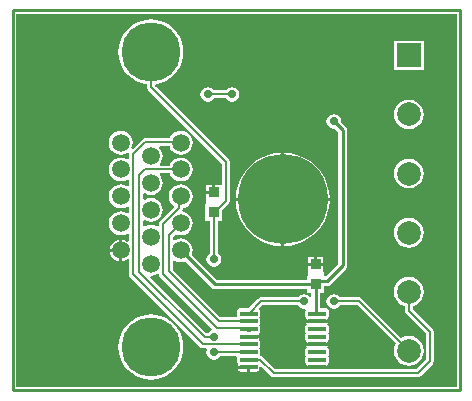
<source format=gtl>
G04*
G04 #@! TF.GenerationSoftware,Altium Limited,Altium Designer,20.1.14 (287)*
G04*
G04 Layer_Physical_Order=1*
G04 Layer_Color=255*
%FSLAX25Y25*%
%MOIN*%
G70*
G04*
G04 #@! TF.SameCoordinates,812AF3B6-9DBB-4E22-AB82-19E7777D9F63*
G04*
G04*
G04 #@! TF.FilePolarity,Positive*
G04*
G01*
G75*
%ADD12C,0.01000*%
G04:AMPARAMS|DCode=23|XSize=15.75mil|YSize=59.06mil|CornerRadius=3.94mil|HoleSize=0mil|Usage=FLASHONLY|Rotation=90.000|XOffset=0mil|YOffset=0mil|HoleType=Round|Shape=RoundedRectangle|*
%AMROUNDEDRECTD23*
21,1,0.01575,0.05118,0,0,90.0*
21,1,0.00787,0.05906,0,0,90.0*
1,1,0.00787,0.02559,0.00394*
1,1,0.00787,0.02559,-0.00394*
1,1,0.00787,-0.02559,-0.00394*
1,1,0.00787,-0.02559,0.00394*
%
%ADD23ROUNDEDRECTD23*%
%ADD24R,0.03740X0.03740*%
%ADD25C,0.00600*%
%ADD26C,0.01500*%
%ADD27C,0.30000*%
%ADD28C,0.03000*%
%ADD29C,0.05906*%
%ADD30C,0.19685*%
%ADD31R,0.07874X0.07874*%
%ADD32C,0.07874*%
%ADD33C,0.02800*%
G36*
X470971Y106529D02*
X324029D01*
Y230971D01*
X470971D01*
Y106529D01*
D02*
G37*
%LPC*%
G36*
X459937Y221937D02*
X450063D01*
Y212063D01*
X459937D01*
Y221937D01*
D02*
G37*
G36*
X396000Y206447D02*
X395064Y206261D01*
X394270Y205730D01*
X393999Y205326D01*
X390001D01*
X389730Y205730D01*
X388936Y206261D01*
X388000Y206447D01*
X387064Y206261D01*
X386270Y205730D01*
X385739Y204936D01*
X385553Y204000D01*
X385739Y203064D01*
X386270Y202270D01*
X387064Y201739D01*
X388000Y201553D01*
X388936Y201739D01*
X389730Y202270D01*
X390001Y202675D01*
X393999D01*
X394270Y202270D01*
X395064Y201739D01*
X396000Y201553D01*
X396936Y201739D01*
X397730Y202270D01*
X398261Y203064D01*
X398447Y204000D01*
X398261Y204936D01*
X397730Y205730D01*
X396936Y206261D01*
X396000Y206447D01*
D02*
G37*
G36*
X455000Y202295D02*
X453711Y202125D01*
X452510Y201627D01*
X451479Y200836D01*
X450688Y199805D01*
X450190Y198604D01*
X450020Y197315D01*
X450190Y196026D01*
X450688Y194825D01*
X451479Y193794D01*
X452510Y193002D01*
X453711Y192505D01*
X455000Y192335D01*
X456289Y192505D01*
X457490Y193002D01*
X458521Y193794D01*
X459312Y194825D01*
X459810Y196026D01*
X459980Y197315D01*
X459810Y198604D01*
X459312Y199805D01*
X458521Y200836D01*
X457490Y201627D01*
X456289Y202125D01*
X455000Y202295D01*
D02*
G37*
G36*
X430000Y197447D02*
X429064Y197261D01*
X428270Y196730D01*
X427739Y195936D01*
X427553Y195000D01*
X427739Y194064D01*
X428270Y193270D01*
X429064Y192739D01*
X430000Y192553D01*
X430237Y192600D01*
X431471Y191367D01*
Y147634D01*
X427367Y143530D01*
X427094Y143527D01*
X426597Y143906D01*
X426594Y143909D01*
Y144787D01*
X426517Y145178D01*
X426470Y145247D01*
Y146846D01*
X424000D01*
X421530D01*
Y145247D01*
X421483Y145178D01*
X421406Y144787D01*
Y143524D01*
X421130D01*
Y142183D01*
X391031D01*
X382659Y150555D01*
X382851Y151019D01*
X382987Y152051D01*
X382851Y153083D01*
X382453Y154045D01*
X381819Y154870D01*
X380993Y155504D01*
X380032Y155902D01*
X379000Y156038D01*
X377968Y155902D01*
X377007Y155504D01*
X376774Y155325D01*
X376325Y155546D01*
Y156479D01*
X377300Y157453D01*
X377968Y157176D01*
X379000Y157041D01*
X380032Y157176D01*
X380993Y157575D01*
X381819Y158208D01*
X382453Y159034D01*
X382851Y159996D01*
X382987Y161028D01*
X382851Y162059D01*
X382453Y163021D01*
X381819Y163847D01*
X380993Y164480D01*
X380032Y164879D01*
X379699Y164922D01*
X379467Y165457D01*
X379592Y165644D01*
X379684Y166107D01*
X380032Y166153D01*
X380993Y166551D01*
X381819Y167185D01*
X382453Y168010D01*
X382851Y168972D01*
X382987Y170004D01*
X382851Y171036D01*
X382453Y171997D01*
X381819Y172823D01*
X380993Y173457D01*
X380032Y173855D01*
X379000Y173991D01*
X377968Y173855D01*
X377007Y173457D01*
X376181Y172823D01*
X375547Y171997D01*
X375149Y171036D01*
X375013Y170004D01*
X375149Y168972D01*
X375547Y168010D01*
X376181Y167185D01*
X376641Y166832D01*
X376674Y166333D01*
X372063Y161721D01*
X371775Y161291D01*
X371674Y160784D01*
Y160035D01*
X371226Y159814D01*
X370993Y159992D01*
X370032Y160390D01*
X369000Y160526D01*
X367968Y160390D01*
X367007Y159992D01*
X366921Y159926D01*
X366473Y160148D01*
Y161907D01*
X366921Y162129D01*
X367007Y162063D01*
X367968Y161665D01*
X369000Y161529D01*
X370032Y161665D01*
X370993Y162063D01*
X371819Y162697D01*
X372453Y163522D01*
X372851Y164484D01*
X372987Y165516D01*
X372851Y166548D01*
X372453Y167509D01*
X371819Y168335D01*
X370993Y168968D01*
X370032Y169367D01*
X369000Y169503D01*
X367968Y169367D01*
X367007Y168968D01*
X366921Y168903D01*
X366473Y169124D01*
Y170884D01*
X366921Y171105D01*
X367007Y171039D01*
X367968Y170641D01*
X369000Y170505D01*
X370032Y170641D01*
X370993Y171039D01*
X371819Y171673D01*
X372453Y172499D01*
X372851Y173460D01*
X372987Y174492D01*
X372851Y175524D01*
X372453Y176486D01*
X371939Y177155D01*
X372148Y177655D01*
X375271D01*
X375547Y176987D01*
X376181Y176161D01*
X377007Y175528D01*
X377968Y175129D01*
X379000Y174994D01*
X380032Y175129D01*
X380993Y175528D01*
X381819Y176161D01*
X382453Y176987D01*
X382851Y177948D01*
X382987Y178980D01*
X382851Y180012D01*
X382453Y180974D01*
X381819Y181799D01*
X380993Y182433D01*
X380032Y182831D01*
X379000Y182967D01*
X377968Y182831D01*
X377007Y182433D01*
X376181Y181799D01*
X375547Y180974D01*
X375271Y180306D01*
X372148D01*
X371939Y180806D01*
X372453Y181475D01*
X372851Y182437D01*
X372987Y183468D01*
X372851Y184500D01*
X372453Y185462D01*
X371906Y186174D01*
X372073Y186674D01*
X375253D01*
X375547Y185963D01*
X376181Y185138D01*
X377007Y184504D01*
X377968Y184106D01*
X379000Y183970D01*
X380032Y184106D01*
X380993Y184504D01*
X381819Y185138D01*
X382453Y185963D01*
X382851Y186925D01*
X382987Y187957D01*
X382851Y188989D01*
X382453Y189950D01*
X381819Y190776D01*
X380993Y191409D01*
X380032Y191808D01*
X379000Y191944D01*
X377968Y191808D01*
X377007Y191409D01*
X376181Y190776D01*
X375547Y189950D01*
X375289Y189325D01*
X367000D01*
X366493Y189225D01*
X366063Y188937D01*
X362927Y185801D01*
X362503Y186085D01*
X362851Y186925D01*
X362987Y187957D01*
X362851Y188989D01*
X362453Y189950D01*
X361819Y190776D01*
X360993Y191409D01*
X360032Y191808D01*
X359000Y191944D01*
X357968Y191808D01*
X357007Y191409D01*
X356181Y190776D01*
X355547Y189950D01*
X355149Y188989D01*
X355013Y187957D01*
X355149Y186925D01*
X355547Y185963D01*
X356181Y185138D01*
X357007Y184504D01*
X357968Y184106D01*
X359000Y183970D01*
X360032Y184106D01*
X360993Y184504D01*
X361360Y184785D01*
X361689Y184565D01*
X361768Y184468D01*
X361674Y184000D01*
Y182476D01*
X361226Y182255D01*
X360993Y182433D01*
X360032Y182831D01*
X359000Y182967D01*
X357968Y182831D01*
X357007Y182433D01*
X356181Y181799D01*
X355547Y180974D01*
X355149Y180012D01*
X355013Y178980D01*
X355149Y177948D01*
X355547Y176987D01*
X356181Y176161D01*
X357007Y175528D01*
X357968Y175129D01*
X359000Y174994D01*
X360032Y175129D01*
X360993Y175528D01*
X361226Y175706D01*
X361674Y175485D01*
Y173499D01*
X361226Y173278D01*
X360993Y173457D01*
X360032Y173855D01*
X359000Y173991D01*
X357968Y173855D01*
X357007Y173457D01*
X356181Y172823D01*
X355547Y171997D01*
X355149Y171036D01*
X355013Y170004D01*
X355149Y168972D01*
X355547Y168010D01*
X356181Y167185D01*
X357007Y166551D01*
X357968Y166153D01*
X359000Y166017D01*
X360032Y166153D01*
X360993Y166551D01*
X361226Y166730D01*
X361674Y166509D01*
Y164523D01*
X361226Y164302D01*
X360993Y164480D01*
X360032Y164879D01*
X359000Y165014D01*
X357968Y164879D01*
X357007Y164480D01*
X356181Y163847D01*
X355547Y163021D01*
X355149Y162059D01*
X355013Y161028D01*
X355149Y159996D01*
X355547Y159034D01*
X356181Y158208D01*
X357007Y157575D01*
X357968Y157176D01*
X359000Y157041D01*
X360032Y157176D01*
X360993Y157575D01*
X361226Y157753D01*
X361674Y157532D01*
Y155107D01*
X361175Y154861D01*
X360792Y155155D01*
X359927Y155512D01*
X359500Y155569D01*
Y152051D01*
Y148534D01*
X359927Y148590D01*
X360792Y148948D01*
X361175Y149242D01*
X361674Y148995D01*
Y144000D01*
X361775Y143493D01*
X362063Y143063D01*
X385342Y119783D01*
X385772Y119496D01*
X386280Y119395D01*
X387515D01*
X387718Y119016D01*
X387731Y118895D01*
X387553Y118000D01*
X387739Y117064D01*
X388270Y116270D01*
X389064Y115739D01*
X390000Y115553D01*
X390936Y115739D01*
X391730Y116270D01*
X392109Y116836D01*
X397353D01*
X397670Y116336D01*
X397603Y115996D01*
Y115209D01*
X397711Y114665D01*
X398019Y114204D01*
X398093Y113832D01*
X398088Y113825D01*
X398032Y113543D01*
X401583D01*
Y113043D01*
X402083D01*
Y111636D01*
X404142D01*
X404529Y111714D01*
X404858Y111933D01*
X405078Y112262D01*
X405155Y112650D01*
Y113263D01*
X405616Y113487D01*
X405636Y113489D01*
X409063Y110063D01*
X409493Y109775D01*
X410000Y109675D01*
X458000D01*
X458507Y109775D01*
X458937Y110063D01*
X462937Y114063D01*
X463225Y114493D01*
X463326Y115000D01*
Y124897D01*
X463225Y125405D01*
X462937Y125835D01*
X456325Y132446D01*
Y133465D01*
X457490Y133947D01*
X458521Y134739D01*
X459312Y135770D01*
X459810Y136971D01*
X459980Y138260D01*
X459810Y139549D01*
X459312Y140750D01*
X458521Y141781D01*
X457490Y142572D01*
X456289Y143070D01*
X455000Y143239D01*
X453711Y143070D01*
X452510Y142572D01*
X451479Y141781D01*
X450688Y140750D01*
X450190Y139549D01*
X450020Y138260D01*
X450190Y136971D01*
X450688Y135770D01*
X451479Y134739D01*
X452510Y133947D01*
X453675Y133465D01*
Y131897D01*
X453775Y131390D01*
X454063Y130960D01*
X460674Y124348D01*
Y115549D01*
X457451Y112326D01*
X428256D01*
X428077Y112543D01*
X424417D01*
X420758D01*
X420579Y112326D01*
X410549D01*
X406335Y116540D01*
X405905Y116827D01*
X405804Y116847D01*
X405455Y117223D01*
X405488Y117391D01*
X405563Y117768D01*
Y118555D01*
X405455Y119099D01*
X405226Y119441D01*
X405455Y119783D01*
X405563Y120327D01*
Y121114D01*
X405455Y121658D01*
X405147Y122119D01*
X405073Y122490D01*
X405078Y122498D01*
X405134Y122780D01*
X401583D01*
Y123779D01*
X405134D01*
X405078Y124061D01*
X405073Y124069D01*
X405147Y124440D01*
X405455Y124901D01*
X405563Y125445D01*
Y126232D01*
X405455Y126776D01*
X405226Y127118D01*
X405455Y127460D01*
X405563Y128004D01*
Y128791D01*
X405455Y129335D01*
X405226Y129677D01*
X405455Y130019D01*
X405563Y130563D01*
Y131350D01*
X405455Y131894D01*
X405147Y132355D01*
X405120Y132620D01*
X406175Y133675D01*
X417999D01*
X418270Y133270D01*
X419064Y132739D01*
X420000Y132553D01*
X420453Y132643D01*
X420744Y132191D01*
X420545Y131894D01*
X420437Y131350D01*
Y130563D01*
X420545Y130019D01*
X420854Y129558D01*
X420927Y129187D01*
X420922Y129179D01*
X420866Y128898D01*
X424417D01*
X427968D01*
X427912Y129179D01*
X427907Y129187D01*
X427981Y129558D01*
X428289Y130019D01*
X428397Y130563D01*
Y131350D01*
X428289Y131894D01*
X427981Y132355D01*
X427520Y132663D01*
X426976Y132771D01*
X425529D01*
Y137784D01*
X426870D01*
Y140183D01*
X427713D01*
X428298Y140300D01*
X428794Y140631D01*
X434081Y145919D01*
X434413Y146415D01*
X434529Y147000D01*
Y192000D01*
X434413Y192585D01*
X434081Y193081D01*
X432400Y194763D01*
X432447Y195000D01*
X432261Y195936D01*
X431730Y196730D01*
X430936Y197261D01*
X430000Y197447D01*
D02*
G37*
G36*
X455000Y182609D02*
X453711Y182440D01*
X452510Y181942D01*
X451479Y181151D01*
X450688Y180120D01*
X450190Y178919D01*
X450020Y177630D01*
X450190Y176341D01*
X450688Y175140D01*
X451479Y174109D01*
X452510Y173318D01*
X453711Y172820D01*
X455000Y172650D01*
X456289Y172820D01*
X457490Y173318D01*
X458521Y174109D01*
X459312Y175140D01*
X459810Y176341D01*
X459980Y177630D01*
X459810Y178919D01*
X459312Y180120D01*
X458521Y181151D01*
X457490Y181942D01*
X456289Y182440D01*
X455000Y182609D01*
D02*
G37*
G36*
X389500Y173817D02*
X387530D01*
Y171846D01*
X389500D01*
Y173817D01*
D02*
G37*
G36*
X413500Y184609D02*
Y169500D01*
X428609D01*
X428456Y171448D01*
X427882Y173836D01*
X426943Y176104D01*
X425660Y178198D01*
X424065Y180065D01*
X422198Y181660D01*
X420104Y182943D01*
X417836Y183882D01*
X415448Y184456D01*
X413500Y184609D01*
D02*
G37*
G36*
X412500D02*
X410552Y184456D01*
X408164Y183882D01*
X405896Y182943D01*
X403802Y181660D01*
X401935Y180065D01*
X400340Y178198D01*
X399057Y176104D01*
X398118Y173836D01*
X397544Y171448D01*
X397391Y169500D01*
X412500D01*
Y184609D01*
D02*
G37*
G36*
X428609Y168500D02*
X413500D01*
Y153391D01*
X415448Y153544D01*
X417836Y154118D01*
X420104Y155057D01*
X422198Y156340D01*
X424065Y157935D01*
X425660Y159802D01*
X426943Y161896D01*
X427882Y164164D01*
X428456Y166552D01*
X428609Y168500D01*
D02*
G37*
G36*
X412500D02*
X397391D01*
X397544Y166552D01*
X398118Y164164D01*
X399057Y161896D01*
X400340Y159802D01*
X401935Y157935D01*
X403802Y156340D01*
X405896Y155057D01*
X408164Y154118D01*
X410552Y153544D01*
X412500Y153391D01*
Y168500D01*
D02*
G37*
G36*
X455000Y162925D02*
X453711Y162755D01*
X452510Y162257D01*
X451479Y161466D01*
X450688Y160435D01*
X450190Y159234D01*
X450020Y157945D01*
X450190Y156656D01*
X450688Y155455D01*
X451479Y154424D01*
X452510Y153632D01*
X453711Y153135D01*
X455000Y152965D01*
X456289Y153135D01*
X457490Y153632D01*
X458521Y154424D01*
X459312Y155455D01*
X459810Y156656D01*
X459980Y157945D01*
X459810Y159234D01*
X459312Y160435D01*
X458521Y161466D01*
X457490Y162257D01*
X456289Y162755D01*
X455000Y162925D01*
D02*
G37*
G36*
X358500Y155569D02*
X358073Y155512D01*
X357208Y155155D01*
X356466Y154585D01*
X355897Y153843D01*
X355539Y152979D01*
X355482Y152551D01*
X358500D01*
Y155569D01*
D02*
G37*
G36*
Y151551D02*
X355482D01*
X355539Y151124D01*
X355897Y150259D01*
X356466Y149517D01*
X357208Y148948D01*
X358073Y148590D01*
X358500Y148534D01*
Y151551D01*
D02*
G37*
G36*
X426470Y149817D02*
X424500D01*
Y147846D01*
X426470D01*
Y149817D01*
D02*
G37*
G36*
X423500D02*
X421530D01*
Y147846D01*
X423500D01*
Y149817D01*
D02*
G37*
G36*
X369000Y229069D02*
X367299Y228935D01*
X365639Y228537D01*
X364062Y227884D01*
X362607Y226992D01*
X361310Y225883D01*
X360201Y224586D01*
X359309Y223130D01*
X358656Y221554D01*
X358258Y219894D01*
X358124Y218193D01*
X358258Y216492D01*
X358656Y214832D01*
X359309Y213255D01*
X360201Y211800D01*
X361310Y210502D01*
X362607Y209394D01*
X364062Y208502D01*
X365639Y207849D01*
X367299Y207451D01*
X367674Y207421D01*
Y206514D01*
X367775Y206007D01*
X368063Y205577D01*
X392674Y180965D01*
Y174232D01*
X392470Y173817D01*
X390500D01*
Y171346D01*
X390000D01*
Y170846D01*
X387530D01*
Y169247D01*
X387483Y169178D01*
X387406Y168787D01*
Y167524D01*
X387130D01*
Y161784D01*
X388674D01*
Y151001D01*
X388270Y150730D01*
X387739Y149936D01*
X387553Y149000D01*
X387739Y148064D01*
X388270Y147270D01*
X389064Y146739D01*
X390000Y146553D01*
X390936Y146739D01*
X391730Y147270D01*
X392261Y148064D01*
X392447Y149000D01*
X392261Y149936D01*
X391730Y150730D01*
X391325Y151001D01*
Y161784D01*
X392870D01*
Y165361D01*
X394937Y167428D01*
X395225Y167858D01*
X395325Y168365D01*
Y181514D01*
X395225Y182021D01*
X394937Y182451D01*
X370459Y206930D01*
X370614Y207444D01*
X370701Y207451D01*
X372361Y207849D01*
X373938Y208502D01*
X375393Y209394D01*
X376691Y210502D01*
X377799Y211800D01*
X378691Y213255D01*
X379344Y214832D01*
X379742Y216492D01*
X379876Y218193D01*
X379742Y219894D01*
X379344Y221554D01*
X378691Y223130D01*
X377799Y224586D01*
X376691Y225883D01*
X375393Y226992D01*
X373938Y227884D01*
X372361Y228537D01*
X370701Y228935D01*
X369000Y229069D01*
D02*
G37*
G36*
X427968Y127898D02*
X424417D01*
X420866D01*
X420922Y127616D01*
X420927Y127609D01*
X420854Y127237D01*
X420545Y126776D01*
X420437Y126232D01*
Y125445D01*
X420545Y124901D01*
X420774Y124559D01*
X420545Y124217D01*
X420437Y123673D01*
Y122886D01*
X420545Y122342D01*
X420854Y121881D01*
X420927Y121510D01*
X420922Y121502D01*
X420866Y121221D01*
X424417D01*
X427968D01*
X427912Y121502D01*
X427907Y121510D01*
X427981Y121881D01*
X428289Y122342D01*
X428397Y122886D01*
Y123673D01*
X428289Y124217D01*
X428061Y124559D01*
X428289Y124901D01*
X428397Y125445D01*
Y126232D01*
X428289Y126776D01*
X427981Y127237D01*
X427907Y127609D01*
X427912Y127616D01*
X427968Y127898D01*
D02*
G37*
G36*
X430000Y137447D02*
X429064Y137261D01*
X428270Y136730D01*
X427739Y135936D01*
X427553Y135000D01*
X427739Y134064D01*
X428270Y133270D01*
X429064Y132739D01*
X430000Y132553D01*
X430936Y132739D01*
X431730Y133270D01*
X432001Y133675D01*
X438026D01*
X450672Y121028D01*
X450190Y119864D01*
X450020Y118575D01*
X450190Y117286D01*
X450688Y116085D01*
X451479Y115054D01*
X452510Y114262D01*
X453711Y113765D01*
X455000Y113595D01*
X456289Y113765D01*
X457490Y114262D01*
X458521Y115054D01*
X459312Y116085D01*
X459810Y117286D01*
X459980Y118575D01*
X459810Y119864D01*
X459312Y121065D01*
X458521Y122096D01*
X457490Y122887D01*
X456289Y123385D01*
X455000Y123554D01*
X453711Y123385D01*
X452547Y122902D01*
X439512Y135937D01*
X439082Y136225D01*
X438575Y136326D01*
X432001D01*
X431730Y136730D01*
X430936Y137261D01*
X430000Y137447D01*
D02*
G37*
G36*
X427968Y120220D02*
X424417D01*
X420866D01*
X420922Y119939D01*
X420927Y119931D01*
X420854Y119560D01*
X420545Y119099D01*
X420437Y118555D01*
Y117768D01*
X420545Y117224D01*
X420774Y116882D01*
X420545Y116540D01*
X420437Y115996D01*
Y115209D01*
X420545Y114665D01*
X420854Y114204D01*
X420927Y113832D01*
X420922Y113825D01*
X420866Y113543D01*
X424417D01*
X427968D01*
X427912Y113825D01*
X427907Y113832D01*
X427981Y114204D01*
X428289Y114665D01*
X428397Y115209D01*
Y115996D01*
X428289Y116540D01*
X428061Y116882D01*
X428289Y117224D01*
X428397Y117768D01*
Y118555D01*
X428289Y119099D01*
X427981Y119560D01*
X427907Y119931D01*
X427912Y119939D01*
X427968Y120220D01*
D02*
G37*
G36*
X401083Y112543D02*
X398032D01*
X398088Y112262D01*
X398307Y111933D01*
X398636Y111714D01*
X399024Y111636D01*
X401083D01*
Y112543D01*
D02*
G37*
G36*
X369000Y130683D02*
X367299Y130549D01*
X365639Y130151D01*
X364062Y129498D01*
X362607Y128606D01*
X361310Y127498D01*
X360201Y126200D01*
X359309Y124745D01*
X358656Y123168D01*
X358258Y121509D01*
X358124Y119807D01*
X358258Y118106D01*
X358656Y116446D01*
X359309Y114869D01*
X360201Y113414D01*
X361310Y112117D01*
X362607Y111008D01*
X364062Y110117D01*
X365639Y109463D01*
X367299Y109065D01*
X369000Y108931D01*
X370701Y109065D01*
X372361Y109463D01*
X373938Y110117D01*
X375393Y111008D01*
X376691Y112117D01*
X377799Y113414D01*
X378691Y114869D01*
X379344Y116446D01*
X379742Y118106D01*
X379876Y119807D01*
X379742Y121509D01*
X379344Y123168D01*
X378691Y124745D01*
X377799Y126200D01*
X376691Y127498D01*
X375393Y128606D01*
X373938Y129498D01*
X372361Y130151D01*
X370701Y130549D01*
X369000Y130683D01*
D02*
G37*
%LPD*%
G36*
X371674Y144068D02*
Y144000D01*
X371775Y143493D01*
X372063Y143063D01*
X389340Y125786D01*
X389195Y125307D01*
X389064Y125281D01*
X388270Y124751D01*
X388017Y124373D01*
X387528Y124346D01*
X368742Y143132D01*
X368963Y143581D01*
X369000Y143576D01*
X370032Y143712D01*
X370993Y144110D01*
X371226Y144289D01*
X371674Y144068D01*
D02*
G37*
G36*
X377007Y148599D02*
X377968Y148200D01*
X379000Y148064D01*
X380032Y148200D01*
X380496Y148392D01*
X389316Y139572D01*
X389812Y139241D01*
X390398Y139124D01*
X421130D01*
Y137784D01*
X422471D01*
Y136522D01*
X421971Y136371D01*
X421730Y136730D01*
X420936Y137261D01*
X420000Y137447D01*
X419064Y137261D01*
X418270Y136730D01*
X417999Y136326D01*
X405626D01*
X405119Y136225D01*
X404689Y135937D01*
X401523Y132771D01*
X399024D01*
X398480Y132663D01*
X398019Y132355D01*
X397711Y131894D01*
X397603Y131350D01*
Y130563D01*
X397670Y130223D01*
X397353Y129723D01*
X392151D01*
X376325Y145549D01*
Y148556D01*
X376774Y148777D01*
X377007Y148599D01*
D02*
G37*
D12*
X427713Y141713D02*
X433000Y147000D01*
X430000Y195000D02*
X433000Y192000D01*
Y147000D02*
Y192000D01*
X390398Y140654D02*
X424000D01*
X379000Y152051D02*
X390398Y140654D01*
X425059Y141713D02*
X427713D01*
X424000Y140654D02*
X425059Y141713D01*
X424000Y131244D02*
Y140654D01*
Y131244D02*
X424287Y130957D01*
X424417D01*
X323000Y232000D02*
X465000D01*
X323000Y105500D02*
Y232000D01*
Y105500D02*
X472000D01*
Y232000D01*
X465000D02*
X472000D01*
D23*
X424417Y113043D02*
D03*
Y115602D02*
D03*
Y118161D02*
D03*
Y120721D02*
D03*
Y123280D02*
D03*
Y125839D02*
D03*
Y128398D02*
D03*
Y130957D02*
D03*
X401583Y113043D02*
D03*
Y115602D02*
D03*
Y118161D02*
D03*
Y120721D02*
D03*
Y123280D02*
D03*
Y125839D02*
D03*
Y128398D02*
D03*
Y130957D02*
D03*
D24*
X424000Y140654D02*
D03*
Y147346D02*
D03*
X390000Y171346D02*
D03*
Y164654D02*
D03*
D25*
X401583Y115602D02*
X405398D01*
X410000Y111000D01*
X458000D01*
X401583Y130957D02*
X405626Y135000D01*
X420000D01*
X369000Y206514D02*
Y218193D01*
Y206514D02*
X394000Y181514D01*
X390000Y164654D02*
X391570Y166224D01*
X391859D01*
X394000Y168365D01*
Y181514D01*
X390000Y149000D02*
Y164654D01*
X438575Y135000D02*
X455000Y118575D01*
X430000Y135000D02*
X438575D01*
X458000Y111000D02*
X462000Y115000D01*
X455000Y131897D02*
X462000Y124897D01*
Y115000D02*
Y124897D01*
X455000Y131897D02*
Y138260D01*
X388000Y204000D02*
X396000D01*
X386280Y120721D02*
X401583D01*
X363000Y144000D02*
Y184000D01*
Y144000D02*
X386280Y120721D01*
X386980Y123021D02*
X390000D01*
X365147Y144853D02*
Y177147D01*
Y144853D02*
X386980Y123021D01*
X375000Y145000D02*
Y157028D01*
X391602Y128398D02*
X401583D01*
X375000Y145000D02*
X391602Y128398D01*
X373000Y144000D02*
Y160784D01*
X391000Y126000D02*
X401421D01*
X373000Y144000D02*
X391000Y126000D01*
X363000Y184000D02*
X367000Y188000D01*
X365147Y177147D02*
X366980Y178980D01*
X379000D01*
X378957Y188000D02*
X379000Y187957D01*
X367000Y188000D02*
X378957D01*
X378367Y166151D02*
Y169371D01*
X379000Y170004D01*
X375000Y157028D02*
X379000Y161028D01*
X373000Y160784D02*
X378367Y166151D01*
X401421Y126000D02*
X401561Y125860D01*
X390161Y118161D02*
X401583D01*
X390000Y118000D02*
X390161Y118161D01*
D26*
X401561Y125860D02*
X401583Y125839D01*
D27*
X413000Y169000D02*
D03*
D28*
X422843Y174906D02*
D03*
X418905Y159158D02*
D03*
X403158Y163094D02*
D03*
X418905Y178842D02*
D03*
X422843Y163094D02*
D03*
X407094Y159158D02*
D03*
Y178842D02*
D03*
X401750Y169000D02*
D03*
X413000Y157750D02*
D03*
X424250Y169000D02*
D03*
X413000Y180250D02*
D03*
X403158Y174906D02*
D03*
D29*
X359000Y152051D02*
D03*
Y161028D02*
D03*
Y170004D02*
D03*
Y178980D02*
D03*
Y187957D02*
D03*
X379000D02*
D03*
X369000Y174492D02*
D03*
X379000Y178980D02*
D03*
X369000Y165516D02*
D03*
X379000Y170004D02*
D03*
X369000Y156539D02*
D03*
X379000Y161028D02*
D03*
X369000Y183468D02*
D03*
Y147563D02*
D03*
X379000Y152051D02*
D03*
D30*
X369000Y119807D02*
D03*
Y218193D02*
D03*
D31*
X455000Y217000D02*
D03*
D32*
Y197315D02*
D03*
Y177630D02*
D03*
Y157945D02*
D03*
Y138260D02*
D03*
Y118575D02*
D03*
D33*
X390000Y149000D02*
D03*
X430000Y135000D02*
D03*
X420000D02*
D03*
X388000Y204000D02*
D03*
X396000D02*
D03*
X390000Y123021D02*
D03*
Y118000D02*
D03*
X430000Y195000D02*
D03*
M02*

</source>
